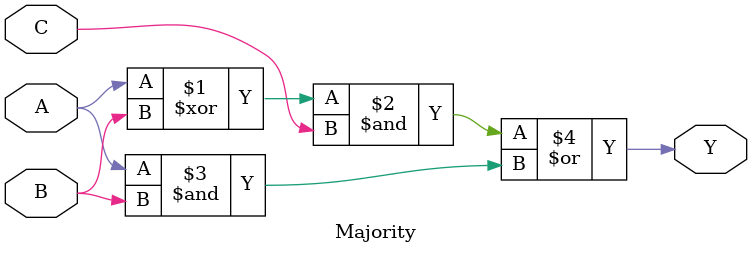
<source format=v>
module Majority (A, B, C, Y);

input A, B, C;
output Y;

assign  Y = ((A ^ B) & C ) | (A & B);

    
endmodule
</source>
